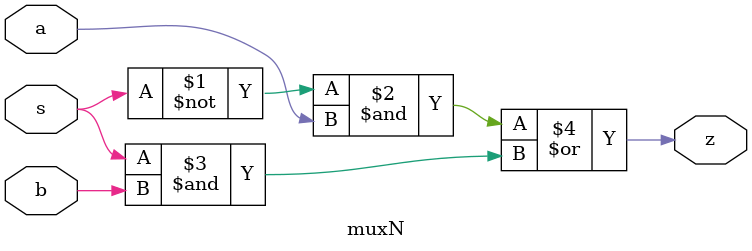
<source format=v>
module VGA(C_R, C_G, C_B, CLOCK_50, VGA_R, VGA_G, VGA_B, VGA_CLK, VGA_BLANK, VGA_HS, VGA_VS, VGA_SYNC, X, Y, DISP);
	parameter LEAD_X = 0, LEAD_Y = 0, V_FP = 10, V_SP = 2, V_BP = 33, V_VA = 480, H_FP = 16, H_SP = 96, H_BP = 48, H_VA = 640;// Set the width of the regions
	
	input CLOCK_50;
	input[7:0] C_R, C_G, C_B;
	output[7:0] VGA_R,VGA_G,VGA_B;
	output reg[9:0] X, Y;
	output reg VGA_HS, VGA_VS, DISP;
	output VGA_CLK, VGA_BLANK, VGA_SYNC;
	wire CLOCK_25;
	counter freqDivider(CLOCK_50, 1, 0, CLOCK_25,);
	assign VGA_CLK = CLOCK_25;
	
	assign VGA_BLANK = 0;// ~VGA_VS;
	assign VGA_SYNC = 0;
	
	reg[9:0] col, row, counterH, counterV;
	
	initial
		counterV <= V_FP + V_SP + V_BP - LEAD_Y;
	
	initial
		counterH <= H_FP + H_SP + H_BP - LEAD_X;
	
	reg BUF_HS, BUF_VS;
	
	muxN #(10) rsw(0,C_R, DISP, VGA_R);
	muxN #(10) gsw(0,C_G, DISP, VGA_G);
	muxN #(10) bsw(0,C_B, DISP, VGA_B);
	
	always @(posedge CLOCK_25) begin
		counterH = counterH + 10'b1;
		if(counterH > (H_FP + H_SP + H_BP + H_VA)) begin
			counterH = 0;
			counterV = counterV + 10'b1;
			if(counterV > (V_FP + V_SP + V_BP + V_VA))
				counterV = 0;
		end
		
		/*
			VSync and HSync timing
		*/
		VGA_VS <= BUF_VS;//The sync pulses are buffered because the onboard chip does so for everything else
		VGA_HS <= BUF_HS;
		if(counterH <= (H_FP + H_SP) && counterH > H_FP)//HSync after FP
			BUF_HS <= 1;
		else
			BUF_HS <= 0;
		
		if(counterV <= (V_FP + V_SP) && counterV > V_FP)//VSync is between the front porch and backporch
			BUF_VS = 1;
		else
			BUF_VS = 0;
		
		
		
		//RGB timing
		if(counterV > (V_FP + V_SP + V_BP - LEAD_Y) && counterH > (H_FP + H_SP + H_BP - LEAD_X)) begin
			DISP = 1;
			X[9:0] = counterH[9:0] + LEAD_X - (H_FP + H_SP + H_BP + 1);
			Y[9:0] = counterV[9:0] + LEAD_Y - (V_FP + V_SP + V_BP + 1);
		end
		else begin
			DISP = 0;
			X = 0;
			Y= 0;
		end
	end
	
endmodule

module counter(CLK, CLK_N, RES, z, cout);
	parameter SIZE = 1;
	input CLK, RES, CLK_N;
	output[SIZE-1:0] z;
	output cout;
	
	reg[SIZE-1:0] z;
	
	always @(posedge CLK or posedge RES)
	begin
		if (RES) begin
			z = 0;
		end
		else if (CLK_N) begin
			z = z + 1;
		end
	end
endmodule

module muxN(a,b,s,z);//Generic N bit 2 to 1 mux
	parameter SIZE = 1;
	input[SIZE-1:0] a,b;
	input s;
	output[SIZE-1:0] z;
	
	assign z = ({SIZE{~s}} & a) | ({SIZE{s}} & b);
	
endmodule


</source>
